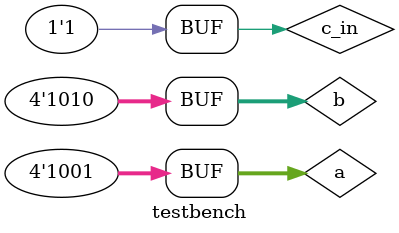
<source format=v>
module testbench;
    reg [3:0] a, b;
    reg c_in;
    wire [3:0] sum;

    // Instantiate the 4-bit full adder
    full_adder_4bit adder(sum, a, b, c_in);

    initial begin
        // Initialize inputs
        a = 4'b0000;  // Example value
        b = 4'b0000;  // Example value
        c_in = 1'b1;  // No carry input for the first addition

        // Monitor the output
        $monitor("Time = %d : a = %b, b = %b sum = %b", $time, a, b, sum);

        // Provide different test inputs
        #10 a = 4'b0101; b = 4'b0011;  // Example: Add 5 and 3
        #10 a = -7; b = -6;  // Example: Add -7 and 6 (using two's complement for -7)
        // Add more test cases as needed

       // #20 $finish;
    end
endmodule

</source>
